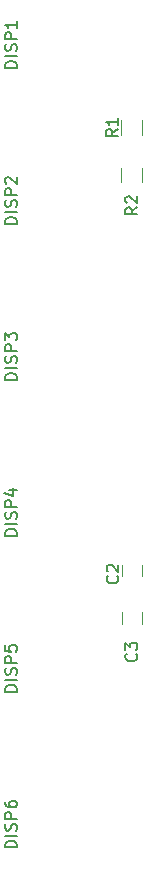
<source format=gbr>
%TF.GenerationSoftware,KiCad,Pcbnew,(5.1.8)-1*%
%TF.CreationDate,2020-12-10T23:44:26+08:00*%
%TF.ProjectId,HEMAC_DISP,48454d41-435f-4444-9953-502e6b696361,rev?*%
%TF.SameCoordinates,Original*%
%TF.FileFunction,Legend,Top*%
%TF.FilePolarity,Positive*%
%FSLAX46Y46*%
G04 Gerber Fmt 4.6, Leading zero omitted, Abs format (unit mm)*
G04 Created by KiCad (PCBNEW (5.1.8)-1) date 2020-12-10 23:44:26*
%MOMM*%
%LPD*%
G01*
G04 APERTURE LIST*
%ADD10C,0.120000*%
%ADD11C,0.150000*%
G04 APERTURE END LIST*
D10*
%TO.C,R2*%
X223880000Y-47400000D02*
X223880000Y-48600000D01*
X222120000Y-48600000D02*
X222120000Y-47400000D01*
%TO.C,R1*%
X222120000Y-44600000D02*
X222120000Y-43400000D01*
X223880000Y-43400000D02*
X223880000Y-44600000D01*
%TO.C,C3*%
X222150000Y-85000000D02*
X222150000Y-86000000D01*
X223850000Y-86000000D02*
X223850000Y-85000000D01*
%TO.C,C2*%
X222150000Y-81000000D02*
X222150000Y-82000000D01*
X223850000Y-82000000D02*
X223850000Y-81000000D01*
%TO.C,DISP6*%
D11*
X213252380Y-104952380D02*
X212252380Y-104952380D01*
X212252380Y-104714285D01*
X212300000Y-104571428D01*
X212395238Y-104476190D01*
X212490476Y-104428571D01*
X212680952Y-104380952D01*
X212823809Y-104380952D01*
X213014285Y-104428571D01*
X213109523Y-104476190D01*
X213204761Y-104571428D01*
X213252380Y-104714285D01*
X213252380Y-104952380D01*
X213252380Y-103952380D02*
X212252380Y-103952380D01*
X213204761Y-103523809D02*
X213252380Y-103380952D01*
X213252380Y-103142857D01*
X213204761Y-103047619D01*
X213157142Y-103000000D01*
X213061904Y-102952380D01*
X212966666Y-102952380D01*
X212871428Y-103000000D01*
X212823809Y-103047619D01*
X212776190Y-103142857D01*
X212728571Y-103333333D01*
X212680952Y-103428571D01*
X212633333Y-103476190D01*
X212538095Y-103523809D01*
X212442857Y-103523809D01*
X212347619Y-103476190D01*
X212300000Y-103428571D01*
X212252380Y-103333333D01*
X212252380Y-103095238D01*
X212300000Y-102952380D01*
X213252380Y-102523809D02*
X212252380Y-102523809D01*
X212252380Y-102142857D01*
X212300000Y-102047619D01*
X212347619Y-102000000D01*
X212442857Y-101952380D01*
X212585714Y-101952380D01*
X212680952Y-102000000D01*
X212728571Y-102047619D01*
X212776190Y-102142857D01*
X212776190Y-102523809D01*
X212252380Y-101095238D02*
X212252380Y-101285714D01*
X212300000Y-101380952D01*
X212347619Y-101428571D01*
X212490476Y-101523809D01*
X212680952Y-101571428D01*
X213061904Y-101571428D01*
X213157142Y-101523809D01*
X213204761Y-101476190D01*
X213252380Y-101380952D01*
X213252380Y-101190476D01*
X213204761Y-101095238D01*
X213157142Y-101047619D01*
X213061904Y-101000000D01*
X212823809Y-101000000D01*
X212728571Y-101047619D01*
X212680952Y-101095238D01*
X212633333Y-101190476D01*
X212633333Y-101380952D01*
X212680952Y-101476190D01*
X212728571Y-101523809D01*
X212823809Y-101571428D01*
%TO.C,DISP5*%
X213252380Y-91752380D02*
X212252380Y-91752380D01*
X212252380Y-91514285D01*
X212300000Y-91371428D01*
X212395238Y-91276190D01*
X212490476Y-91228571D01*
X212680952Y-91180952D01*
X212823809Y-91180952D01*
X213014285Y-91228571D01*
X213109523Y-91276190D01*
X213204761Y-91371428D01*
X213252380Y-91514285D01*
X213252380Y-91752380D01*
X213252380Y-90752380D02*
X212252380Y-90752380D01*
X213204761Y-90323809D02*
X213252380Y-90180952D01*
X213252380Y-89942857D01*
X213204761Y-89847619D01*
X213157142Y-89800000D01*
X213061904Y-89752380D01*
X212966666Y-89752380D01*
X212871428Y-89800000D01*
X212823809Y-89847619D01*
X212776190Y-89942857D01*
X212728571Y-90133333D01*
X212680952Y-90228571D01*
X212633333Y-90276190D01*
X212538095Y-90323809D01*
X212442857Y-90323809D01*
X212347619Y-90276190D01*
X212300000Y-90228571D01*
X212252380Y-90133333D01*
X212252380Y-89895238D01*
X212300000Y-89752380D01*
X213252380Y-89323809D02*
X212252380Y-89323809D01*
X212252380Y-88942857D01*
X212300000Y-88847619D01*
X212347619Y-88800000D01*
X212442857Y-88752380D01*
X212585714Y-88752380D01*
X212680952Y-88800000D01*
X212728571Y-88847619D01*
X212776190Y-88942857D01*
X212776190Y-89323809D01*
X212252380Y-87847619D02*
X212252380Y-88323809D01*
X212728571Y-88371428D01*
X212680952Y-88323809D01*
X212633333Y-88228571D01*
X212633333Y-87990476D01*
X212680952Y-87895238D01*
X212728571Y-87847619D01*
X212823809Y-87800000D01*
X213061904Y-87800000D01*
X213157142Y-87847619D01*
X213204761Y-87895238D01*
X213252380Y-87990476D01*
X213252380Y-88228571D01*
X213204761Y-88323809D01*
X213157142Y-88371428D01*
%TO.C,DISP4*%
X213252380Y-78552380D02*
X212252380Y-78552380D01*
X212252380Y-78314285D01*
X212300000Y-78171428D01*
X212395238Y-78076190D01*
X212490476Y-78028571D01*
X212680952Y-77980952D01*
X212823809Y-77980952D01*
X213014285Y-78028571D01*
X213109523Y-78076190D01*
X213204761Y-78171428D01*
X213252380Y-78314285D01*
X213252380Y-78552380D01*
X213252380Y-77552380D02*
X212252380Y-77552380D01*
X213204761Y-77123809D02*
X213252380Y-76980952D01*
X213252380Y-76742857D01*
X213204761Y-76647619D01*
X213157142Y-76600000D01*
X213061904Y-76552380D01*
X212966666Y-76552380D01*
X212871428Y-76600000D01*
X212823809Y-76647619D01*
X212776190Y-76742857D01*
X212728571Y-76933333D01*
X212680952Y-77028571D01*
X212633333Y-77076190D01*
X212538095Y-77123809D01*
X212442857Y-77123809D01*
X212347619Y-77076190D01*
X212300000Y-77028571D01*
X212252380Y-76933333D01*
X212252380Y-76695238D01*
X212300000Y-76552380D01*
X213252380Y-76123809D02*
X212252380Y-76123809D01*
X212252380Y-75742857D01*
X212300000Y-75647619D01*
X212347619Y-75600000D01*
X212442857Y-75552380D01*
X212585714Y-75552380D01*
X212680952Y-75600000D01*
X212728571Y-75647619D01*
X212776190Y-75742857D01*
X212776190Y-76123809D01*
X212585714Y-74695238D02*
X213252380Y-74695238D01*
X212204761Y-74933333D02*
X212919047Y-75171428D01*
X212919047Y-74552380D01*
%TO.C,DISP3*%
X213252380Y-65352380D02*
X212252380Y-65352380D01*
X212252380Y-65114285D01*
X212300000Y-64971428D01*
X212395238Y-64876190D01*
X212490476Y-64828571D01*
X212680952Y-64780952D01*
X212823809Y-64780952D01*
X213014285Y-64828571D01*
X213109523Y-64876190D01*
X213204761Y-64971428D01*
X213252380Y-65114285D01*
X213252380Y-65352380D01*
X213252380Y-64352380D02*
X212252380Y-64352380D01*
X213204761Y-63923809D02*
X213252380Y-63780952D01*
X213252380Y-63542857D01*
X213204761Y-63447619D01*
X213157142Y-63400000D01*
X213061904Y-63352380D01*
X212966666Y-63352380D01*
X212871428Y-63400000D01*
X212823809Y-63447619D01*
X212776190Y-63542857D01*
X212728571Y-63733333D01*
X212680952Y-63828571D01*
X212633333Y-63876190D01*
X212538095Y-63923809D01*
X212442857Y-63923809D01*
X212347619Y-63876190D01*
X212300000Y-63828571D01*
X212252380Y-63733333D01*
X212252380Y-63495238D01*
X212300000Y-63352380D01*
X213252380Y-62923809D02*
X212252380Y-62923809D01*
X212252380Y-62542857D01*
X212300000Y-62447619D01*
X212347619Y-62400000D01*
X212442857Y-62352380D01*
X212585714Y-62352380D01*
X212680952Y-62400000D01*
X212728571Y-62447619D01*
X212776190Y-62542857D01*
X212776190Y-62923809D01*
X212252380Y-62019047D02*
X212252380Y-61400000D01*
X212633333Y-61733333D01*
X212633333Y-61590476D01*
X212680952Y-61495238D01*
X212728571Y-61447619D01*
X212823809Y-61400000D01*
X213061904Y-61400000D01*
X213157142Y-61447619D01*
X213204761Y-61495238D01*
X213252380Y-61590476D01*
X213252380Y-61876190D01*
X213204761Y-61971428D01*
X213157142Y-62019047D01*
%TO.C,DISP2*%
X213252380Y-52152380D02*
X212252380Y-52152380D01*
X212252380Y-51914285D01*
X212300000Y-51771428D01*
X212395238Y-51676190D01*
X212490476Y-51628571D01*
X212680952Y-51580952D01*
X212823809Y-51580952D01*
X213014285Y-51628571D01*
X213109523Y-51676190D01*
X213204761Y-51771428D01*
X213252380Y-51914285D01*
X213252380Y-52152380D01*
X213252380Y-51152380D02*
X212252380Y-51152380D01*
X213204761Y-50723809D02*
X213252380Y-50580952D01*
X213252380Y-50342857D01*
X213204761Y-50247619D01*
X213157142Y-50200000D01*
X213061904Y-50152380D01*
X212966666Y-50152380D01*
X212871428Y-50200000D01*
X212823809Y-50247619D01*
X212776190Y-50342857D01*
X212728571Y-50533333D01*
X212680952Y-50628571D01*
X212633333Y-50676190D01*
X212538095Y-50723809D01*
X212442857Y-50723809D01*
X212347619Y-50676190D01*
X212300000Y-50628571D01*
X212252380Y-50533333D01*
X212252380Y-50295238D01*
X212300000Y-50152380D01*
X213252380Y-49723809D02*
X212252380Y-49723809D01*
X212252380Y-49342857D01*
X212300000Y-49247619D01*
X212347619Y-49200000D01*
X212442857Y-49152380D01*
X212585714Y-49152380D01*
X212680952Y-49200000D01*
X212728571Y-49247619D01*
X212776190Y-49342857D01*
X212776190Y-49723809D01*
X212347619Y-48771428D02*
X212300000Y-48723809D01*
X212252380Y-48628571D01*
X212252380Y-48390476D01*
X212300000Y-48295238D01*
X212347619Y-48247619D01*
X212442857Y-48200000D01*
X212538095Y-48200000D01*
X212680952Y-48247619D01*
X213252380Y-48819047D01*
X213252380Y-48200000D01*
%TO.C,DISP1*%
X213252380Y-38952380D02*
X212252380Y-38952380D01*
X212252380Y-38714285D01*
X212300000Y-38571428D01*
X212395238Y-38476190D01*
X212490476Y-38428571D01*
X212680952Y-38380952D01*
X212823809Y-38380952D01*
X213014285Y-38428571D01*
X213109523Y-38476190D01*
X213204761Y-38571428D01*
X213252380Y-38714285D01*
X213252380Y-38952380D01*
X213252380Y-37952380D02*
X212252380Y-37952380D01*
X213204761Y-37523809D02*
X213252380Y-37380952D01*
X213252380Y-37142857D01*
X213204761Y-37047619D01*
X213157142Y-37000000D01*
X213061904Y-36952380D01*
X212966666Y-36952380D01*
X212871428Y-37000000D01*
X212823809Y-37047619D01*
X212776190Y-37142857D01*
X212728571Y-37333333D01*
X212680952Y-37428571D01*
X212633333Y-37476190D01*
X212538095Y-37523809D01*
X212442857Y-37523809D01*
X212347619Y-37476190D01*
X212300000Y-37428571D01*
X212252380Y-37333333D01*
X212252380Y-37095238D01*
X212300000Y-36952380D01*
X213252380Y-36523809D02*
X212252380Y-36523809D01*
X212252380Y-36142857D01*
X212300000Y-36047619D01*
X212347619Y-36000000D01*
X212442857Y-35952380D01*
X212585714Y-35952380D01*
X212680952Y-36000000D01*
X212728571Y-36047619D01*
X212776190Y-36142857D01*
X212776190Y-36523809D01*
X213252380Y-35000000D02*
X213252380Y-35571428D01*
X213252380Y-35285714D02*
X212252380Y-35285714D01*
X212395238Y-35380952D01*
X212490476Y-35476190D01*
X212538095Y-35571428D01*
%TO.C,R2*%
X223452380Y-50766666D02*
X222976190Y-51100000D01*
X223452380Y-51338095D02*
X222452380Y-51338095D01*
X222452380Y-50957142D01*
X222500000Y-50861904D01*
X222547619Y-50814285D01*
X222642857Y-50766666D01*
X222785714Y-50766666D01*
X222880952Y-50814285D01*
X222928571Y-50861904D01*
X222976190Y-50957142D01*
X222976190Y-51338095D01*
X222547619Y-50385714D02*
X222500000Y-50338095D01*
X222452380Y-50242857D01*
X222452380Y-50004761D01*
X222500000Y-49909523D01*
X222547619Y-49861904D01*
X222642857Y-49814285D01*
X222738095Y-49814285D01*
X222880952Y-49861904D01*
X223452380Y-50433333D01*
X223452380Y-49814285D01*
%TO.C,R1*%
X221802380Y-44166666D02*
X221326190Y-44500000D01*
X221802380Y-44738095D02*
X220802380Y-44738095D01*
X220802380Y-44357142D01*
X220850000Y-44261904D01*
X220897619Y-44214285D01*
X220992857Y-44166666D01*
X221135714Y-44166666D01*
X221230952Y-44214285D01*
X221278571Y-44261904D01*
X221326190Y-44357142D01*
X221326190Y-44738095D01*
X221802380Y-43214285D02*
X221802380Y-43785714D01*
X221802380Y-43500000D02*
X220802380Y-43500000D01*
X220945238Y-43595238D01*
X221040476Y-43690476D01*
X221088095Y-43785714D01*
%TO.C,C3*%
X223357142Y-88566666D02*
X223404761Y-88614285D01*
X223452380Y-88757142D01*
X223452380Y-88852380D01*
X223404761Y-88995238D01*
X223309523Y-89090476D01*
X223214285Y-89138095D01*
X223023809Y-89185714D01*
X222880952Y-89185714D01*
X222690476Y-89138095D01*
X222595238Y-89090476D01*
X222500000Y-88995238D01*
X222452380Y-88852380D01*
X222452380Y-88757142D01*
X222500000Y-88614285D01*
X222547619Y-88566666D01*
X222452380Y-88233333D02*
X222452380Y-87614285D01*
X222833333Y-87947619D01*
X222833333Y-87804761D01*
X222880952Y-87709523D01*
X222928571Y-87661904D01*
X223023809Y-87614285D01*
X223261904Y-87614285D01*
X223357142Y-87661904D01*
X223404761Y-87709523D01*
X223452380Y-87804761D01*
X223452380Y-88090476D01*
X223404761Y-88185714D01*
X223357142Y-88233333D01*
%TO.C,C2*%
X221757142Y-81966666D02*
X221804761Y-82014285D01*
X221852380Y-82157142D01*
X221852380Y-82252380D01*
X221804761Y-82395238D01*
X221709523Y-82490476D01*
X221614285Y-82538095D01*
X221423809Y-82585714D01*
X221280952Y-82585714D01*
X221090476Y-82538095D01*
X220995238Y-82490476D01*
X220900000Y-82395238D01*
X220852380Y-82252380D01*
X220852380Y-82157142D01*
X220900000Y-82014285D01*
X220947619Y-81966666D01*
X220947619Y-81585714D02*
X220900000Y-81538095D01*
X220852380Y-81442857D01*
X220852380Y-81204761D01*
X220900000Y-81109523D01*
X220947619Y-81061904D01*
X221042857Y-81014285D01*
X221138095Y-81014285D01*
X221280952Y-81061904D01*
X221852380Y-81633333D01*
X221852380Y-81014285D01*
%TD*%
M02*

</source>
